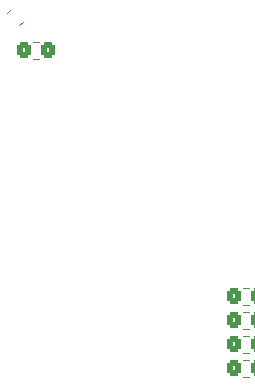
<source format=gbo>
G04 #@! TF.GenerationSoftware,KiCad,Pcbnew,7.0.8*
G04 #@! TF.CreationDate,2023-10-27T20:47:02+03:00*
G04 #@! TF.ProjectId,door-lock-pcb,646f6f72-2d6c-46f6-936b-2d7063622e6b,rev?*
G04 #@! TF.SameCoordinates,Original*
G04 #@! TF.FileFunction,Legend,Bot*
G04 #@! TF.FilePolarity,Positive*
%FSLAX46Y46*%
G04 Gerber Fmt 4.6, Leading zero omitted, Abs format (unit mm)*
G04 Created by KiCad (PCBNEW 7.0.8) date 2023-10-27 20:47:02*
%MOMM*%
%LPD*%
G01*
G04 APERTURE LIST*
G04 Aperture macros list*
%AMRoundRect*
0 Rectangle with rounded corners*
0 $1 Rounding radius*
0 $2 $3 $4 $5 $6 $7 $8 $9 X,Y pos of 4 corners*
0 Add a 4 corners polygon primitive as box body*
4,1,4,$2,$3,$4,$5,$6,$7,$8,$9,$2,$3,0*
0 Add four circle primitives for the rounded corners*
1,1,$1+$1,$2,$3*
1,1,$1+$1,$4,$5*
1,1,$1+$1,$6,$7*
1,1,$1+$1,$8,$9*
0 Add four rect primitives between the rounded corners*
20,1,$1+$1,$2,$3,$4,$5,0*
20,1,$1+$1,$4,$5,$6,$7,0*
20,1,$1+$1,$6,$7,$8,$9,0*
20,1,$1+$1,$8,$9,$2,$3,0*%
G04 Aperture macros list end*
%ADD10C,0.120000*%
%ADD11R,2.000000X2.000000*%
%ADD12C,2.000000*%
%ADD13C,1.800000*%
%ADD14C,0.800000*%
%ADD15C,6.400000*%
%ADD16RoundRect,0.250000X0.725000X-0.600000X0.725000X0.600000X-0.725000X0.600000X-0.725000X-0.600000X0*%
%ADD17O,1.950000X1.700000*%
%ADD18C,1.200000*%
%ADD19RoundRect,0.250000X0.600000X0.750000X-0.600000X0.750000X-0.600000X-0.750000X0.600000X-0.750000X0*%
%ADD20O,1.700000X2.000000*%
%ADD21O,1.000000X2.400000*%
%ADD22C,1.000000*%
%ADD23C,1.500000*%
%ADD24RoundRect,0.250000X0.350000X0.450000X-0.350000X0.450000X-0.350000X-0.450000X0.350000X-0.450000X0*%
%ADD25RoundRect,0.250000X-0.350000X-0.450000X0.350000X-0.450000X0.350000X0.450000X-0.350000X0.450000X0*%
%ADD26RoundRect,0.250000X-0.070711X0.565685X-0.565685X0.070711X0.070711X-0.565685X0.565685X-0.070711X0*%
G04 APERTURE END LIST*
D10*
X175741064Y-81634000D02*
X175286936Y-81634000D01*
X175741064Y-80164000D02*
X175286936Y-80164000D01*
X193082936Y-103024000D02*
X193537064Y-103024000D01*
X193082936Y-104494000D02*
X193537064Y-104494000D01*
X193082936Y-107088000D02*
X193537064Y-107088000D01*
X193082936Y-108558000D02*
X193537064Y-108558000D01*
X174416282Y-78464165D02*
X174095165Y-78785282D01*
X173376835Y-77424718D02*
X173055718Y-77745835D01*
X193082936Y-105056000D02*
X193537064Y-105056000D01*
X193082936Y-106526000D02*
X193537064Y-106526000D01*
X193082936Y-100992000D02*
X193537064Y-100992000D01*
X193082936Y-102462000D02*
X193537064Y-102462000D01*
%LPC*%
D11*
X165481000Y-101621000D03*
D12*
X165481000Y-99081000D03*
X165481000Y-96541000D03*
X165481000Y-94001000D03*
X165481000Y-91461000D03*
X165481000Y-88921000D03*
X165481000Y-86381000D03*
X165481000Y-83841000D03*
X165481000Y-81301000D03*
X165481000Y-78761000D03*
X165481000Y-76221000D03*
X165481000Y-73681000D03*
X165481000Y-71141000D03*
X165481000Y-68601000D03*
X165481000Y-66061000D03*
X140081000Y-66061000D03*
X140081000Y-68601000D03*
X140081000Y-71141000D03*
X140081000Y-73681000D03*
X140081000Y-76221000D03*
X140081000Y-78761000D03*
X140081000Y-81301000D03*
X140081000Y-83841000D03*
X140081000Y-86381000D03*
X140081000Y-88921000D03*
X140081000Y-91461000D03*
X140081000Y-94001000D03*
X140081000Y-96541000D03*
X140081000Y-99081000D03*
X140081000Y-101621000D03*
D13*
X193929000Y-122672000D03*
X193929000Y-115072000D03*
D14*
X127694056Y-131525944D03*
X128397000Y-129828888D03*
X128397000Y-133223000D03*
X130094056Y-129125944D03*
D15*
X130094056Y-131525944D03*
D14*
X130094056Y-133925944D03*
X131791112Y-129828888D03*
X131791112Y-133223000D03*
X132494056Y-131525944D03*
D16*
X127889000Y-91567000D03*
D17*
X127889000Y-89067000D03*
X127889000Y-86567000D03*
X127889000Y-84067000D03*
X127889000Y-81567000D03*
X127889000Y-79067000D03*
X127889000Y-76567000D03*
X127889000Y-74067000D03*
D18*
X199263000Y-108328000D03*
X199263000Y-100328000D03*
D14*
X193514944Y-131525944D03*
X194217888Y-129828888D03*
X194217888Y-133223000D03*
X195914944Y-129125944D03*
D15*
X195914944Y-131525944D03*
D14*
X195914944Y-133925944D03*
X197612000Y-129828888D03*
X197612000Y-133223000D03*
X198314944Y-131525944D03*
D19*
X166751000Y-133985000D03*
D20*
X164251000Y-133985000D03*
D14*
X127694056Y-65705056D03*
X128397000Y-64008000D03*
X128397000Y-67402112D03*
X130094056Y-63305056D03*
D15*
X130094056Y-65705056D03*
D14*
X130094056Y-68105056D03*
X131791112Y-64008000D03*
X131791112Y-67402112D03*
X132494056Y-65705056D03*
D21*
X157861000Y-132080000D03*
X135255000Y-132080000D03*
D14*
X193514944Y-65705056D03*
X194217888Y-64008000D03*
X194217888Y-67402112D03*
X195914944Y-63305056D03*
D15*
X195914944Y-65705056D03*
D14*
X195914944Y-68105056D03*
X197612000Y-64008000D03*
X197612000Y-67402112D03*
X198314944Y-65705056D03*
D19*
X180721000Y-133985000D03*
D20*
X178221000Y-133985000D03*
D22*
X183576000Y-88435000D03*
X181676000Y-88435000D03*
D16*
X127883500Y-105163000D03*
D17*
X127883500Y-102663000D03*
X127883500Y-100163000D03*
X127883500Y-97663000D03*
D23*
X177583000Y-68453000D03*
X185083000Y-68453000D03*
D24*
X176514000Y-80899000D03*
X174514000Y-80899000D03*
D25*
X192310000Y-103759000D03*
X194310000Y-103759000D03*
X192310000Y-107823000D03*
X194310000Y-107823000D03*
D26*
X174443107Y-77397893D03*
X173028893Y-78812107D03*
D25*
X192310000Y-105791000D03*
X194310000Y-105791000D03*
X192310000Y-101727000D03*
X194310000Y-101727000D03*
%LPD*%
M02*

</source>
